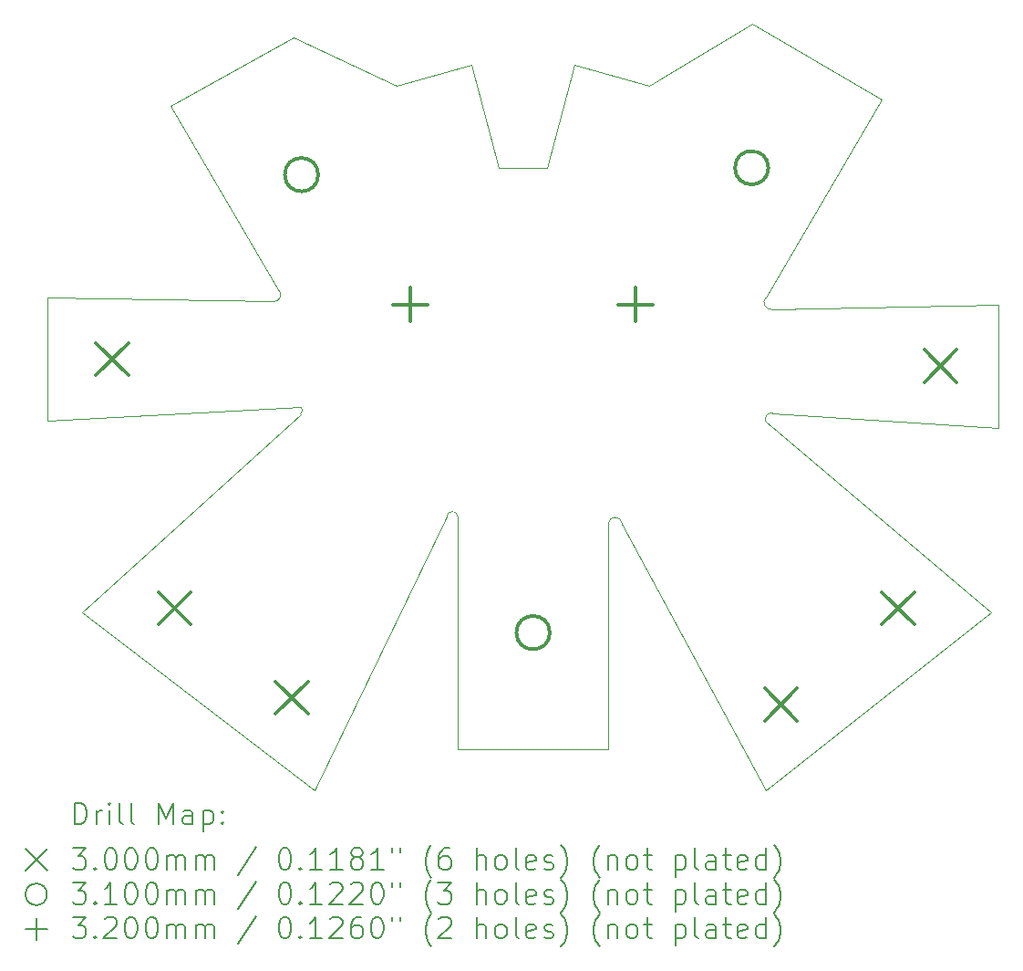
<source format=gbr>
%TF.GenerationSoftware,KiCad,Pcbnew,(6.0.8-1)-1*%
%TF.CreationDate,2023-03-06T14:56:21-08:00*%
%TF.ProjectId,urban battery - power_distribution,75726261-6e20-4626-9174-74657279202d,rev?*%
%TF.SameCoordinates,Original*%
%TF.FileFunction,Drillmap*%
%TF.FilePolarity,Positive*%
%FSLAX45Y45*%
G04 Gerber Fmt 4.5, Leading zero omitted, Abs format (unit mm)*
G04 Created by KiCad (PCBNEW (6.0.8-1)-1) date 2023-03-06 14:56:21*
%MOMM*%
%LPD*%
G01*
G04 APERTURE LIST*
%ADD10C,0.100000*%
%ADD11C,0.200000*%
%ADD12C,0.300000*%
%ADD13C,0.310000*%
%ADD14C,0.320000*%
G04 APERTURE END LIST*
D10*
X13716000Y-9144000D02*
X12763500Y-9715500D01*
X8318500Y-9906000D02*
X9327561Y-11620500D01*
X10985500Y-13716000D02*
X10985500Y-15875000D01*
X9271000Y-11721149D02*
G75*
G03*
X9327561Y-11620500I6580J62519D01*
G01*
X14922500Y-9842500D02*
X13716000Y-9144000D01*
X15938500Y-14605000D02*
X13843000Y-12833292D01*
X16002000Y-11747500D02*
X13906500Y-11795010D01*
X7175500Y-12827000D02*
X9525000Y-12700000D01*
X12065000Y-9525000D02*
X11811000Y-10477500D01*
X13843000Y-16256000D02*
X15938500Y-14605000D01*
X11112500Y-9525000D02*
X10414000Y-9715500D01*
X12509500Y-13779500D02*
X13843000Y-16256000D01*
X7493000Y-14605000D02*
X9652000Y-16256000D01*
X12509500Y-13779500D02*
G75*
G03*
X12382500Y-13779500I-63500J-6115D01*
G01*
X13843000Y-11684000D02*
X14922500Y-9842500D01*
X9271000Y-11721146D02*
X7175500Y-11684000D01*
X13842993Y-11683995D02*
G75*
G03*
X13906500Y-11795010I55007J-42205D01*
G01*
X16002000Y-12890500D02*
X16002000Y-11747500D01*
X7175500Y-11684000D02*
X7175500Y-12827000D01*
X12382500Y-15875000D02*
X12382500Y-13779500D01*
X10414000Y-9715500D02*
X9461500Y-9271000D01*
X11811000Y-10477500D02*
X11366500Y-10477500D01*
X13906500Y-12754838D02*
X16002000Y-12890500D01*
X9525000Y-12763500D02*
G75*
G03*
X9525000Y-12700000I-15880J31750D01*
G01*
X9525000Y-12763500D02*
X7493000Y-14605000D01*
X9461500Y-9271000D02*
X8318500Y-9906000D01*
X10985500Y-13716000D02*
G75*
G03*
X10882871Y-13716000I-51315J-4691D01*
G01*
X13906501Y-12754830D02*
G75*
G03*
X13843000Y-12833292I-6731J-59480D01*
G01*
X9652000Y-16256000D02*
X10882871Y-13716000D01*
X10985500Y-15875000D02*
X12382500Y-15875000D01*
X11366500Y-10477500D02*
X11112500Y-9525000D01*
X12763500Y-9715500D02*
X12065000Y-9525000D01*
D11*
D12*
X7625500Y-12105500D02*
X7925500Y-12405500D01*
X7925500Y-12105500D02*
X7625500Y-12405500D01*
X8207251Y-14416249D02*
X8507251Y-14716249D01*
X8507251Y-14416249D02*
X8207251Y-14716249D01*
X9294000Y-15247311D02*
X9594000Y-15547311D01*
X9594000Y-15247311D02*
X9294000Y-15547311D01*
X13837500Y-15310811D02*
X14137500Y-15610811D01*
X14137500Y-15310811D02*
X13837500Y-15610811D01*
X14924249Y-14416249D02*
X15224249Y-14716249D01*
X15224249Y-14416249D02*
X14924249Y-14716249D01*
X15315500Y-12169000D02*
X15615500Y-12469000D01*
X15615500Y-12169000D02*
X15315500Y-12469000D01*
D13*
X9688817Y-10543848D02*
G75*
G03*
X9688817Y-10543848I-155000J0D01*
G01*
X11839500Y-14792500D02*
G75*
G03*
X11839500Y-14792500I-155000J0D01*
G01*
X13869067Y-10479848D02*
G75*
G03*
X13869067Y-10479848I-155000J0D01*
G01*
D14*
X10541000Y-11587500D02*
X10541000Y-11907500D01*
X10381000Y-11747500D02*
X10701000Y-11747500D01*
X12636500Y-11587500D02*
X12636500Y-11907500D01*
X12476500Y-11747500D02*
X12796500Y-11747500D01*
D11*
X7428119Y-16571476D02*
X7428119Y-16371476D01*
X7475738Y-16371476D01*
X7504309Y-16381000D01*
X7523357Y-16400048D01*
X7532881Y-16419095D01*
X7542405Y-16457190D01*
X7542405Y-16485762D01*
X7532881Y-16523857D01*
X7523357Y-16542905D01*
X7504309Y-16561952D01*
X7475738Y-16571476D01*
X7428119Y-16571476D01*
X7628119Y-16571476D02*
X7628119Y-16438143D01*
X7628119Y-16476238D02*
X7637643Y-16457190D01*
X7647167Y-16447667D01*
X7666214Y-16438143D01*
X7685262Y-16438143D01*
X7751928Y-16571476D02*
X7751928Y-16438143D01*
X7751928Y-16371476D02*
X7742405Y-16381000D01*
X7751928Y-16390524D01*
X7761452Y-16381000D01*
X7751928Y-16371476D01*
X7751928Y-16390524D01*
X7875738Y-16571476D02*
X7856690Y-16561952D01*
X7847167Y-16542905D01*
X7847167Y-16371476D01*
X7980500Y-16571476D02*
X7961452Y-16561952D01*
X7951928Y-16542905D01*
X7951928Y-16371476D01*
X8209071Y-16571476D02*
X8209071Y-16371476D01*
X8275738Y-16514333D01*
X8342405Y-16371476D01*
X8342405Y-16571476D01*
X8523357Y-16571476D02*
X8523357Y-16466714D01*
X8513833Y-16447667D01*
X8494786Y-16438143D01*
X8456690Y-16438143D01*
X8437643Y-16447667D01*
X8523357Y-16561952D02*
X8504310Y-16571476D01*
X8456690Y-16571476D01*
X8437643Y-16561952D01*
X8428119Y-16542905D01*
X8428119Y-16523857D01*
X8437643Y-16504809D01*
X8456690Y-16495286D01*
X8504310Y-16495286D01*
X8523357Y-16485762D01*
X8618595Y-16438143D02*
X8618595Y-16638143D01*
X8618595Y-16447667D02*
X8637643Y-16438143D01*
X8675738Y-16438143D01*
X8694786Y-16447667D01*
X8704310Y-16457190D01*
X8713833Y-16476238D01*
X8713833Y-16533381D01*
X8704310Y-16552428D01*
X8694786Y-16561952D01*
X8675738Y-16571476D01*
X8637643Y-16571476D01*
X8618595Y-16561952D01*
X8799548Y-16552428D02*
X8809071Y-16561952D01*
X8799548Y-16571476D01*
X8790024Y-16561952D01*
X8799548Y-16552428D01*
X8799548Y-16571476D01*
X8799548Y-16447667D02*
X8809071Y-16457190D01*
X8799548Y-16466714D01*
X8790024Y-16457190D01*
X8799548Y-16447667D01*
X8799548Y-16466714D01*
X6970500Y-16801000D02*
X7170500Y-17001000D01*
X7170500Y-16801000D02*
X6970500Y-17001000D01*
X7409071Y-16791476D02*
X7532881Y-16791476D01*
X7466214Y-16867667D01*
X7494786Y-16867667D01*
X7513833Y-16877190D01*
X7523357Y-16886714D01*
X7532881Y-16905762D01*
X7532881Y-16953381D01*
X7523357Y-16972429D01*
X7513833Y-16981952D01*
X7494786Y-16991476D01*
X7437643Y-16991476D01*
X7418595Y-16981952D01*
X7409071Y-16972429D01*
X7618595Y-16972429D02*
X7628119Y-16981952D01*
X7618595Y-16991476D01*
X7609071Y-16981952D01*
X7618595Y-16972429D01*
X7618595Y-16991476D01*
X7751928Y-16791476D02*
X7770976Y-16791476D01*
X7790024Y-16801000D01*
X7799548Y-16810524D01*
X7809071Y-16829571D01*
X7818595Y-16867667D01*
X7818595Y-16915286D01*
X7809071Y-16953381D01*
X7799548Y-16972429D01*
X7790024Y-16981952D01*
X7770976Y-16991476D01*
X7751928Y-16991476D01*
X7732881Y-16981952D01*
X7723357Y-16972429D01*
X7713833Y-16953381D01*
X7704309Y-16915286D01*
X7704309Y-16867667D01*
X7713833Y-16829571D01*
X7723357Y-16810524D01*
X7732881Y-16801000D01*
X7751928Y-16791476D01*
X7942405Y-16791476D02*
X7961452Y-16791476D01*
X7980500Y-16801000D01*
X7990024Y-16810524D01*
X7999548Y-16829571D01*
X8009071Y-16867667D01*
X8009071Y-16915286D01*
X7999548Y-16953381D01*
X7990024Y-16972429D01*
X7980500Y-16981952D01*
X7961452Y-16991476D01*
X7942405Y-16991476D01*
X7923357Y-16981952D01*
X7913833Y-16972429D01*
X7904309Y-16953381D01*
X7894786Y-16915286D01*
X7894786Y-16867667D01*
X7904309Y-16829571D01*
X7913833Y-16810524D01*
X7923357Y-16801000D01*
X7942405Y-16791476D01*
X8132881Y-16791476D02*
X8151928Y-16791476D01*
X8170976Y-16801000D01*
X8180500Y-16810524D01*
X8190024Y-16829571D01*
X8199548Y-16867667D01*
X8199548Y-16915286D01*
X8190024Y-16953381D01*
X8180500Y-16972429D01*
X8170976Y-16981952D01*
X8151928Y-16991476D01*
X8132881Y-16991476D01*
X8113833Y-16981952D01*
X8104309Y-16972429D01*
X8094786Y-16953381D01*
X8085262Y-16915286D01*
X8085262Y-16867667D01*
X8094786Y-16829571D01*
X8104309Y-16810524D01*
X8113833Y-16801000D01*
X8132881Y-16791476D01*
X8285262Y-16991476D02*
X8285262Y-16858143D01*
X8285262Y-16877190D02*
X8294786Y-16867667D01*
X8313833Y-16858143D01*
X8342405Y-16858143D01*
X8361452Y-16867667D01*
X8370976Y-16886714D01*
X8370976Y-16991476D01*
X8370976Y-16886714D02*
X8380500Y-16867667D01*
X8399548Y-16858143D01*
X8428119Y-16858143D01*
X8447167Y-16867667D01*
X8456690Y-16886714D01*
X8456690Y-16991476D01*
X8551929Y-16991476D02*
X8551929Y-16858143D01*
X8551929Y-16877190D02*
X8561452Y-16867667D01*
X8580500Y-16858143D01*
X8609071Y-16858143D01*
X8628119Y-16867667D01*
X8637643Y-16886714D01*
X8637643Y-16991476D01*
X8637643Y-16886714D02*
X8647167Y-16867667D01*
X8666214Y-16858143D01*
X8694786Y-16858143D01*
X8713833Y-16867667D01*
X8723357Y-16886714D01*
X8723357Y-16991476D01*
X9113833Y-16781952D02*
X8942405Y-17039095D01*
X9370976Y-16791476D02*
X9390024Y-16791476D01*
X9409071Y-16801000D01*
X9418595Y-16810524D01*
X9428119Y-16829571D01*
X9437643Y-16867667D01*
X9437643Y-16915286D01*
X9428119Y-16953381D01*
X9418595Y-16972429D01*
X9409071Y-16981952D01*
X9390024Y-16991476D01*
X9370976Y-16991476D01*
X9351929Y-16981952D01*
X9342405Y-16972429D01*
X9332881Y-16953381D01*
X9323357Y-16915286D01*
X9323357Y-16867667D01*
X9332881Y-16829571D01*
X9342405Y-16810524D01*
X9351929Y-16801000D01*
X9370976Y-16791476D01*
X9523357Y-16972429D02*
X9532881Y-16981952D01*
X9523357Y-16991476D01*
X9513833Y-16981952D01*
X9523357Y-16972429D01*
X9523357Y-16991476D01*
X9723357Y-16991476D02*
X9609071Y-16991476D01*
X9666214Y-16991476D02*
X9666214Y-16791476D01*
X9647167Y-16820048D01*
X9628119Y-16839095D01*
X9609071Y-16848619D01*
X9913833Y-16991476D02*
X9799548Y-16991476D01*
X9856690Y-16991476D02*
X9856690Y-16791476D01*
X9837643Y-16820048D01*
X9818595Y-16839095D01*
X9799548Y-16848619D01*
X10028119Y-16877190D02*
X10009071Y-16867667D01*
X9999548Y-16858143D01*
X9990024Y-16839095D01*
X9990024Y-16829571D01*
X9999548Y-16810524D01*
X10009071Y-16801000D01*
X10028119Y-16791476D01*
X10066214Y-16791476D01*
X10085262Y-16801000D01*
X10094786Y-16810524D01*
X10104310Y-16829571D01*
X10104310Y-16839095D01*
X10094786Y-16858143D01*
X10085262Y-16867667D01*
X10066214Y-16877190D01*
X10028119Y-16877190D01*
X10009071Y-16886714D01*
X9999548Y-16896238D01*
X9990024Y-16915286D01*
X9990024Y-16953381D01*
X9999548Y-16972429D01*
X10009071Y-16981952D01*
X10028119Y-16991476D01*
X10066214Y-16991476D01*
X10085262Y-16981952D01*
X10094786Y-16972429D01*
X10104310Y-16953381D01*
X10104310Y-16915286D01*
X10094786Y-16896238D01*
X10085262Y-16886714D01*
X10066214Y-16877190D01*
X10294786Y-16991476D02*
X10180500Y-16991476D01*
X10237643Y-16991476D02*
X10237643Y-16791476D01*
X10218595Y-16820048D01*
X10199548Y-16839095D01*
X10180500Y-16848619D01*
X10370976Y-16791476D02*
X10370976Y-16829571D01*
X10447167Y-16791476D02*
X10447167Y-16829571D01*
X10742405Y-17067667D02*
X10732881Y-17058143D01*
X10713833Y-17029571D01*
X10704310Y-17010524D01*
X10694786Y-16981952D01*
X10685262Y-16934333D01*
X10685262Y-16896238D01*
X10694786Y-16848619D01*
X10704310Y-16820048D01*
X10713833Y-16801000D01*
X10732881Y-16772428D01*
X10742405Y-16762905D01*
X10904310Y-16791476D02*
X10866214Y-16791476D01*
X10847167Y-16801000D01*
X10837643Y-16810524D01*
X10818595Y-16839095D01*
X10809071Y-16877190D01*
X10809071Y-16953381D01*
X10818595Y-16972429D01*
X10828119Y-16981952D01*
X10847167Y-16991476D01*
X10885262Y-16991476D01*
X10904310Y-16981952D01*
X10913833Y-16972429D01*
X10923357Y-16953381D01*
X10923357Y-16905762D01*
X10913833Y-16886714D01*
X10904310Y-16877190D01*
X10885262Y-16867667D01*
X10847167Y-16867667D01*
X10828119Y-16877190D01*
X10818595Y-16886714D01*
X10809071Y-16905762D01*
X11161452Y-16991476D02*
X11161452Y-16791476D01*
X11247167Y-16991476D02*
X11247167Y-16886714D01*
X11237643Y-16867667D01*
X11218595Y-16858143D01*
X11190024Y-16858143D01*
X11170976Y-16867667D01*
X11161452Y-16877190D01*
X11370976Y-16991476D02*
X11351928Y-16981952D01*
X11342405Y-16972429D01*
X11332881Y-16953381D01*
X11332881Y-16896238D01*
X11342405Y-16877190D01*
X11351928Y-16867667D01*
X11370976Y-16858143D01*
X11399548Y-16858143D01*
X11418595Y-16867667D01*
X11428119Y-16877190D01*
X11437643Y-16896238D01*
X11437643Y-16953381D01*
X11428119Y-16972429D01*
X11418595Y-16981952D01*
X11399548Y-16991476D01*
X11370976Y-16991476D01*
X11551928Y-16991476D02*
X11532881Y-16981952D01*
X11523357Y-16962905D01*
X11523357Y-16791476D01*
X11704309Y-16981952D02*
X11685262Y-16991476D01*
X11647167Y-16991476D01*
X11628119Y-16981952D01*
X11618595Y-16962905D01*
X11618595Y-16886714D01*
X11628119Y-16867667D01*
X11647167Y-16858143D01*
X11685262Y-16858143D01*
X11704309Y-16867667D01*
X11713833Y-16886714D01*
X11713833Y-16905762D01*
X11618595Y-16924810D01*
X11790024Y-16981952D02*
X11809071Y-16991476D01*
X11847167Y-16991476D01*
X11866214Y-16981952D01*
X11875738Y-16962905D01*
X11875738Y-16953381D01*
X11866214Y-16934333D01*
X11847167Y-16924810D01*
X11818595Y-16924810D01*
X11799548Y-16915286D01*
X11790024Y-16896238D01*
X11790024Y-16886714D01*
X11799548Y-16867667D01*
X11818595Y-16858143D01*
X11847167Y-16858143D01*
X11866214Y-16867667D01*
X11942405Y-17067667D02*
X11951928Y-17058143D01*
X11970976Y-17029571D01*
X11980500Y-17010524D01*
X11990024Y-16981952D01*
X11999548Y-16934333D01*
X11999548Y-16896238D01*
X11990024Y-16848619D01*
X11980500Y-16820048D01*
X11970976Y-16801000D01*
X11951928Y-16772428D01*
X11942405Y-16762905D01*
X12304309Y-17067667D02*
X12294786Y-17058143D01*
X12275738Y-17029571D01*
X12266214Y-17010524D01*
X12256690Y-16981952D01*
X12247167Y-16934333D01*
X12247167Y-16896238D01*
X12256690Y-16848619D01*
X12266214Y-16820048D01*
X12275738Y-16801000D01*
X12294786Y-16772428D01*
X12304309Y-16762905D01*
X12380500Y-16858143D02*
X12380500Y-16991476D01*
X12380500Y-16877190D02*
X12390024Y-16867667D01*
X12409071Y-16858143D01*
X12437643Y-16858143D01*
X12456690Y-16867667D01*
X12466214Y-16886714D01*
X12466214Y-16991476D01*
X12590024Y-16991476D02*
X12570976Y-16981952D01*
X12561452Y-16972429D01*
X12551928Y-16953381D01*
X12551928Y-16896238D01*
X12561452Y-16877190D01*
X12570976Y-16867667D01*
X12590024Y-16858143D01*
X12618595Y-16858143D01*
X12637643Y-16867667D01*
X12647167Y-16877190D01*
X12656690Y-16896238D01*
X12656690Y-16953381D01*
X12647167Y-16972429D01*
X12637643Y-16981952D01*
X12618595Y-16991476D01*
X12590024Y-16991476D01*
X12713833Y-16858143D02*
X12790024Y-16858143D01*
X12742405Y-16791476D02*
X12742405Y-16962905D01*
X12751928Y-16981952D01*
X12770976Y-16991476D01*
X12790024Y-16991476D01*
X13009071Y-16858143D02*
X13009071Y-17058143D01*
X13009071Y-16867667D02*
X13028119Y-16858143D01*
X13066214Y-16858143D01*
X13085262Y-16867667D01*
X13094786Y-16877190D01*
X13104309Y-16896238D01*
X13104309Y-16953381D01*
X13094786Y-16972429D01*
X13085262Y-16981952D01*
X13066214Y-16991476D01*
X13028119Y-16991476D01*
X13009071Y-16981952D01*
X13218595Y-16991476D02*
X13199548Y-16981952D01*
X13190024Y-16962905D01*
X13190024Y-16791476D01*
X13380500Y-16991476D02*
X13380500Y-16886714D01*
X13370976Y-16867667D01*
X13351928Y-16858143D01*
X13313833Y-16858143D01*
X13294786Y-16867667D01*
X13380500Y-16981952D02*
X13361452Y-16991476D01*
X13313833Y-16991476D01*
X13294786Y-16981952D01*
X13285262Y-16962905D01*
X13285262Y-16943857D01*
X13294786Y-16924810D01*
X13313833Y-16915286D01*
X13361452Y-16915286D01*
X13380500Y-16905762D01*
X13447167Y-16858143D02*
X13523357Y-16858143D01*
X13475738Y-16791476D02*
X13475738Y-16962905D01*
X13485262Y-16981952D01*
X13504309Y-16991476D01*
X13523357Y-16991476D01*
X13666214Y-16981952D02*
X13647167Y-16991476D01*
X13609071Y-16991476D01*
X13590024Y-16981952D01*
X13580500Y-16962905D01*
X13580500Y-16886714D01*
X13590024Y-16867667D01*
X13609071Y-16858143D01*
X13647167Y-16858143D01*
X13666214Y-16867667D01*
X13675738Y-16886714D01*
X13675738Y-16905762D01*
X13580500Y-16924810D01*
X13847167Y-16991476D02*
X13847167Y-16791476D01*
X13847167Y-16981952D02*
X13828119Y-16991476D01*
X13790024Y-16991476D01*
X13770976Y-16981952D01*
X13761452Y-16972429D01*
X13751928Y-16953381D01*
X13751928Y-16896238D01*
X13761452Y-16877190D01*
X13770976Y-16867667D01*
X13790024Y-16858143D01*
X13828119Y-16858143D01*
X13847167Y-16867667D01*
X13923357Y-17067667D02*
X13932881Y-17058143D01*
X13951928Y-17029571D01*
X13961452Y-17010524D01*
X13970976Y-16981952D01*
X13980500Y-16934333D01*
X13980500Y-16896238D01*
X13970976Y-16848619D01*
X13961452Y-16820048D01*
X13951928Y-16801000D01*
X13932881Y-16772428D01*
X13923357Y-16762905D01*
X7170500Y-17221000D02*
G75*
G03*
X7170500Y-17221000I-100000J0D01*
G01*
X7409071Y-17111476D02*
X7532881Y-17111476D01*
X7466214Y-17187667D01*
X7494786Y-17187667D01*
X7513833Y-17197190D01*
X7523357Y-17206714D01*
X7532881Y-17225762D01*
X7532881Y-17273381D01*
X7523357Y-17292429D01*
X7513833Y-17301952D01*
X7494786Y-17311476D01*
X7437643Y-17311476D01*
X7418595Y-17301952D01*
X7409071Y-17292429D01*
X7618595Y-17292429D02*
X7628119Y-17301952D01*
X7618595Y-17311476D01*
X7609071Y-17301952D01*
X7618595Y-17292429D01*
X7618595Y-17311476D01*
X7818595Y-17311476D02*
X7704309Y-17311476D01*
X7761452Y-17311476D02*
X7761452Y-17111476D01*
X7742405Y-17140048D01*
X7723357Y-17159095D01*
X7704309Y-17168619D01*
X7942405Y-17111476D02*
X7961452Y-17111476D01*
X7980500Y-17121000D01*
X7990024Y-17130524D01*
X7999548Y-17149571D01*
X8009071Y-17187667D01*
X8009071Y-17235286D01*
X7999548Y-17273381D01*
X7990024Y-17292429D01*
X7980500Y-17301952D01*
X7961452Y-17311476D01*
X7942405Y-17311476D01*
X7923357Y-17301952D01*
X7913833Y-17292429D01*
X7904309Y-17273381D01*
X7894786Y-17235286D01*
X7894786Y-17187667D01*
X7904309Y-17149571D01*
X7913833Y-17130524D01*
X7923357Y-17121000D01*
X7942405Y-17111476D01*
X8132881Y-17111476D02*
X8151928Y-17111476D01*
X8170976Y-17121000D01*
X8180500Y-17130524D01*
X8190024Y-17149571D01*
X8199548Y-17187667D01*
X8199548Y-17235286D01*
X8190024Y-17273381D01*
X8180500Y-17292429D01*
X8170976Y-17301952D01*
X8151928Y-17311476D01*
X8132881Y-17311476D01*
X8113833Y-17301952D01*
X8104309Y-17292429D01*
X8094786Y-17273381D01*
X8085262Y-17235286D01*
X8085262Y-17187667D01*
X8094786Y-17149571D01*
X8104309Y-17130524D01*
X8113833Y-17121000D01*
X8132881Y-17111476D01*
X8285262Y-17311476D02*
X8285262Y-17178143D01*
X8285262Y-17197190D02*
X8294786Y-17187667D01*
X8313833Y-17178143D01*
X8342405Y-17178143D01*
X8361452Y-17187667D01*
X8370976Y-17206714D01*
X8370976Y-17311476D01*
X8370976Y-17206714D02*
X8380500Y-17187667D01*
X8399548Y-17178143D01*
X8428119Y-17178143D01*
X8447167Y-17187667D01*
X8456690Y-17206714D01*
X8456690Y-17311476D01*
X8551929Y-17311476D02*
X8551929Y-17178143D01*
X8551929Y-17197190D02*
X8561452Y-17187667D01*
X8580500Y-17178143D01*
X8609071Y-17178143D01*
X8628119Y-17187667D01*
X8637643Y-17206714D01*
X8637643Y-17311476D01*
X8637643Y-17206714D02*
X8647167Y-17187667D01*
X8666214Y-17178143D01*
X8694786Y-17178143D01*
X8713833Y-17187667D01*
X8723357Y-17206714D01*
X8723357Y-17311476D01*
X9113833Y-17101952D02*
X8942405Y-17359095D01*
X9370976Y-17111476D02*
X9390024Y-17111476D01*
X9409071Y-17121000D01*
X9418595Y-17130524D01*
X9428119Y-17149571D01*
X9437643Y-17187667D01*
X9437643Y-17235286D01*
X9428119Y-17273381D01*
X9418595Y-17292429D01*
X9409071Y-17301952D01*
X9390024Y-17311476D01*
X9370976Y-17311476D01*
X9351929Y-17301952D01*
X9342405Y-17292429D01*
X9332881Y-17273381D01*
X9323357Y-17235286D01*
X9323357Y-17187667D01*
X9332881Y-17149571D01*
X9342405Y-17130524D01*
X9351929Y-17121000D01*
X9370976Y-17111476D01*
X9523357Y-17292429D02*
X9532881Y-17301952D01*
X9523357Y-17311476D01*
X9513833Y-17301952D01*
X9523357Y-17292429D01*
X9523357Y-17311476D01*
X9723357Y-17311476D02*
X9609071Y-17311476D01*
X9666214Y-17311476D02*
X9666214Y-17111476D01*
X9647167Y-17140048D01*
X9628119Y-17159095D01*
X9609071Y-17168619D01*
X9799548Y-17130524D02*
X9809071Y-17121000D01*
X9828119Y-17111476D01*
X9875738Y-17111476D01*
X9894786Y-17121000D01*
X9904310Y-17130524D01*
X9913833Y-17149571D01*
X9913833Y-17168619D01*
X9904310Y-17197190D01*
X9790024Y-17311476D01*
X9913833Y-17311476D01*
X9990024Y-17130524D02*
X9999548Y-17121000D01*
X10018595Y-17111476D01*
X10066214Y-17111476D01*
X10085262Y-17121000D01*
X10094786Y-17130524D01*
X10104310Y-17149571D01*
X10104310Y-17168619D01*
X10094786Y-17197190D01*
X9980500Y-17311476D01*
X10104310Y-17311476D01*
X10228119Y-17111476D02*
X10247167Y-17111476D01*
X10266214Y-17121000D01*
X10275738Y-17130524D01*
X10285262Y-17149571D01*
X10294786Y-17187667D01*
X10294786Y-17235286D01*
X10285262Y-17273381D01*
X10275738Y-17292429D01*
X10266214Y-17301952D01*
X10247167Y-17311476D01*
X10228119Y-17311476D01*
X10209071Y-17301952D01*
X10199548Y-17292429D01*
X10190024Y-17273381D01*
X10180500Y-17235286D01*
X10180500Y-17187667D01*
X10190024Y-17149571D01*
X10199548Y-17130524D01*
X10209071Y-17121000D01*
X10228119Y-17111476D01*
X10370976Y-17111476D02*
X10370976Y-17149571D01*
X10447167Y-17111476D02*
X10447167Y-17149571D01*
X10742405Y-17387667D02*
X10732881Y-17378143D01*
X10713833Y-17349571D01*
X10704310Y-17330524D01*
X10694786Y-17301952D01*
X10685262Y-17254333D01*
X10685262Y-17216238D01*
X10694786Y-17168619D01*
X10704310Y-17140048D01*
X10713833Y-17121000D01*
X10732881Y-17092429D01*
X10742405Y-17082905D01*
X10799548Y-17111476D02*
X10923357Y-17111476D01*
X10856690Y-17187667D01*
X10885262Y-17187667D01*
X10904310Y-17197190D01*
X10913833Y-17206714D01*
X10923357Y-17225762D01*
X10923357Y-17273381D01*
X10913833Y-17292429D01*
X10904310Y-17301952D01*
X10885262Y-17311476D01*
X10828119Y-17311476D01*
X10809071Y-17301952D01*
X10799548Y-17292429D01*
X11161452Y-17311476D02*
X11161452Y-17111476D01*
X11247167Y-17311476D02*
X11247167Y-17206714D01*
X11237643Y-17187667D01*
X11218595Y-17178143D01*
X11190024Y-17178143D01*
X11170976Y-17187667D01*
X11161452Y-17197190D01*
X11370976Y-17311476D02*
X11351928Y-17301952D01*
X11342405Y-17292429D01*
X11332881Y-17273381D01*
X11332881Y-17216238D01*
X11342405Y-17197190D01*
X11351928Y-17187667D01*
X11370976Y-17178143D01*
X11399548Y-17178143D01*
X11418595Y-17187667D01*
X11428119Y-17197190D01*
X11437643Y-17216238D01*
X11437643Y-17273381D01*
X11428119Y-17292429D01*
X11418595Y-17301952D01*
X11399548Y-17311476D01*
X11370976Y-17311476D01*
X11551928Y-17311476D02*
X11532881Y-17301952D01*
X11523357Y-17282905D01*
X11523357Y-17111476D01*
X11704309Y-17301952D02*
X11685262Y-17311476D01*
X11647167Y-17311476D01*
X11628119Y-17301952D01*
X11618595Y-17282905D01*
X11618595Y-17206714D01*
X11628119Y-17187667D01*
X11647167Y-17178143D01*
X11685262Y-17178143D01*
X11704309Y-17187667D01*
X11713833Y-17206714D01*
X11713833Y-17225762D01*
X11618595Y-17244810D01*
X11790024Y-17301952D02*
X11809071Y-17311476D01*
X11847167Y-17311476D01*
X11866214Y-17301952D01*
X11875738Y-17282905D01*
X11875738Y-17273381D01*
X11866214Y-17254333D01*
X11847167Y-17244810D01*
X11818595Y-17244810D01*
X11799548Y-17235286D01*
X11790024Y-17216238D01*
X11790024Y-17206714D01*
X11799548Y-17187667D01*
X11818595Y-17178143D01*
X11847167Y-17178143D01*
X11866214Y-17187667D01*
X11942405Y-17387667D02*
X11951928Y-17378143D01*
X11970976Y-17349571D01*
X11980500Y-17330524D01*
X11990024Y-17301952D01*
X11999548Y-17254333D01*
X11999548Y-17216238D01*
X11990024Y-17168619D01*
X11980500Y-17140048D01*
X11970976Y-17121000D01*
X11951928Y-17092429D01*
X11942405Y-17082905D01*
X12304309Y-17387667D02*
X12294786Y-17378143D01*
X12275738Y-17349571D01*
X12266214Y-17330524D01*
X12256690Y-17301952D01*
X12247167Y-17254333D01*
X12247167Y-17216238D01*
X12256690Y-17168619D01*
X12266214Y-17140048D01*
X12275738Y-17121000D01*
X12294786Y-17092429D01*
X12304309Y-17082905D01*
X12380500Y-17178143D02*
X12380500Y-17311476D01*
X12380500Y-17197190D02*
X12390024Y-17187667D01*
X12409071Y-17178143D01*
X12437643Y-17178143D01*
X12456690Y-17187667D01*
X12466214Y-17206714D01*
X12466214Y-17311476D01*
X12590024Y-17311476D02*
X12570976Y-17301952D01*
X12561452Y-17292429D01*
X12551928Y-17273381D01*
X12551928Y-17216238D01*
X12561452Y-17197190D01*
X12570976Y-17187667D01*
X12590024Y-17178143D01*
X12618595Y-17178143D01*
X12637643Y-17187667D01*
X12647167Y-17197190D01*
X12656690Y-17216238D01*
X12656690Y-17273381D01*
X12647167Y-17292429D01*
X12637643Y-17301952D01*
X12618595Y-17311476D01*
X12590024Y-17311476D01*
X12713833Y-17178143D02*
X12790024Y-17178143D01*
X12742405Y-17111476D02*
X12742405Y-17282905D01*
X12751928Y-17301952D01*
X12770976Y-17311476D01*
X12790024Y-17311476D01*
X13009071Y-17178143D02*
X13009071Y-17378143D01*
X13009071Y-17187667D02*
X13028119Y-17178143D01*
X13066214Y-17178143D01*
X13085262Y-17187667D01*
X13094786Y-17197190D01*
X13104309Y-17216238D01*
X13104309Y-17273381D01*
X13094786Y-17292429D01*
X13085262Y-17301952D01*
X13066214Y-17311476D01*
X13028119Y-17311476D01*
X13009071Y-17301952D01*
X13218595Y-17311476D02*
X13199548Y-17301952D01*
X13190024Y-17282905D01*
X13190024Y-17111476D01*
X13380500Y-17311476D02*
X13380500Y-17206714D01*
X13370976Y-17187667D01*
X13351928Y-17178143D01*
X13313833Y-17178143D01*
X13294786Y-17187667D01*
X13380500Y-17301952D02*
X13361452Y-17311476D01*
X13313833Y-17311476D01*
X13294786Y-17301952D01*
X13285262Y-17282905D01*
X13285262Y-17263857D01*
X13294786Y-17244810D01*
X13313833Y-17235286D01*
X13361452Y-17235286D01*
X13380500Y-17225762D01*
X13447167Y-17178143D02*
X13523357Y-17178143D01*
X13475738Y-17111476D02*
X13475738Y-17282905D01*
X13485262Y-17301952D01*
X13504309Y-17311476D01*
X13523357Y-17311476D01*
X13666214Y-17301952D02*
X13647167Y-17311476D01*
X13609071Y-17311476D01*
X13590024Y-17301952D01*
X13580500Y-17282905D01*
X13580500Y-17206714D01*
X13590024Y-17187667D01*
X13609071Y-17178143D01*
X13647167Y-17178143D01*
X13666214Y-17187667D01*
X13675738Y-17206714D01*
X13675738Y-17225762D01*
X13580500Y-17244810D01*
X13847167Y-17311476D02*
X13847167Y-17111476D01*
X13847167Y-17301952D02*
X13828119Y-17311476D01*
X13790024Y-17311476D01*
X13770976Y-17301952D01*
X13761452Y-17292429D01*
X13751928Y-17273381D01*
X13751928Y-17216238D01*
X13761452Y-17197190D01*
X13770976Y-17187667D01*
X13790024Y-17178143D01*
X13828119Y-17178143D01*
X13847167Y-17187667D01*
X13923357Y-17387667D02*
X13932881Y-17378143D01*
X13951928Y-17349571D01*
X13961452Y-17330524D01*
X13970976Y-17301952D01*
X13980500Y-17254333D01*
X13980500Y-17216238D01*
X13970976Y-17168619D01*
X13961452Y-17140048D01*
X13951928Y-17121000D01*
X13932881Y-17092429D01*
X13923357Y-17082905D01*
X7070500Y-17441000D02*
X7070500Y-17641000D01*
X6970500Y-17541000D02*
X7170500Y-17541000D01*
X7409071Y-17431476D02*
X7532881Y-17431476D01*
X7466214Y-17507667D01*
X7494786Y-17507667D01*
X7513833Y-17517190D01*
X7523357Y-17526714D01*
X7532881Y-17545762D01*
X7532881Y-17593381D01*
X7523357Y-17612429D01*
X7513833Y-17621952D01*
X7494786Y-17631476D01*
X7437643Y-17631476D01*
X7418595Y-17621952D01*
X7409071Y-17612429D01*
X7618595Y-17612429D02*
X7628119Y-17621952D01*
X7618595Y-17631476D01*
X7609071Y-17621952D01*
X7618595Y-17612429D01*
X7618595Y-17631476D01*
X7704309Y-17450524D02*
X7713833Y-17441000D01*
X7732881Y-17431476D01*
X7780500Y-17431476D01*
X7799548Y-17441000D01*
X7809071Y-17450524D01*
X7818595Y-17469571D01*
X7818595Y-17488619D01*
X7809071Y-17517190D01*
X7694786Y-17631476D01*
X7818595Y-17631476D01*
X7942405Y-17431476D02*
X7961452Y-17431476D01*
X7980500Y-17441000D01*
X7990024Y-17450524D01*
X7999548Y-17469571D01*
X8009071Y-17507667D01*
X8009071Y-17555286D01*
X7999548Y-17593381D01*
X7990024Y-17612429D01*
X7980500Y-17621952D01*
X7961452Y-17631476D01*
X7942405Y-17631476D01*
X7923357Y-17621952D01*
X7913833Y-17612429D01*
X7904309Y-17593381D01*
X7894786Y-17555286D01*
X7894786Y-17507667D01*
X7904309Y-17469571D01*
X7913833Y-17450524D01*
X7923357Y-17441000D01*
X7942405Y-17431476D01*
X8132881Y-17431476D02*
X8151928Y-17431476D01*
X8170976Y-17441000D01*
X8180500Y-17450524D01*
X8190024Y-17469571D01*
X8199548Y-17507667D01*
X8199548Y-17555286D01*
X8190024Y-17593381D01*
X8180500Y-17612429D01*
X8170976Y-17621952D01*
X8151928Y-17631476D01*
X8132881Y-17631476D01*
X8113833Y-17621952D01*
X8104309Y-17612429D01*
X8094786Y-17593381D01*
X8085262Y-17555286D01*
X8085262Y-17507667D01*
X8094786Y-17469571D01*
X8104309Y-17450524D01*
X8113833Y-17441000D01*
X8132881Y-17431476D01*
X8285262Y-17631476D02*
X8285262Y-17498143D01*
X8285262Y-17517190D02*
X8294786Y-17507667D01*
X8313833Y-17498143D01*
X8342405Y-17498143D01*
X8361452Y-17507667D01*
X8370976Y-17526714D01*
X8370976Y-17631476D01*
X8370976Y-17526714D02*
X8380500Y-17507667D01*
X8399548Y-17498143D01*
X8428119Y-17498143D01*
X8447167Y-17507667D01*
X8456690Y-17526714D01*
X8456690Y-17631476D01*
X8551929Y-17631476D02*
X8551929Y-17498143D01*
X8551929Y-17517190D02*
X8561452Y-17507667D01*
X8580500Y-17498143D01*
X8609071Y-17498143D01*
X8628119Y-17507667D01*
X8637643Y-17526714D01*
X8637643Y-17631476D01*
X8637643Y-17526714D02*
X8647167Y-17507667D01*
X8666214Y-17498143D01*
X8694786Y-17498143D01*
X8713833Y-17507667D01*
X8723357Y-17526714D01*
X8723357Y-17631476D01*
X9113833Y-17421952D02*
X8942405Y-17679095D01*
X9370976Y-17431476D02*
X9390024Y-17431476D01*
X9409071Y-17441000D01*
X9418595Y-17450524D01*
X9428119Y-17469571D01*
X9437643Y-17507667D01*
X9437643Y-17555286D01*
X9428119Y-17593381D01*
X9418595Y-17612429D01*
X9409071Y-17621952D01*
X9390024Y-17631476D01*
X9370976Y-17631476D01*
X9351929Y-17621952D01*
X9342405Y-17612429D01*
X9332881Y-17593381D01*
X9323357Y-17555286D01*
X9323357Y-17507667D01*
X9332881Y-17469571D01*
X9342405Y-17450524D01*
X9351929Y-17441000D01*
X9370976Y-17431476D01*
X9523357Y-17612429D02*
X9532881Y-17621952D01*
X9523357Y-17631476D01*
X9513833Y-17621952D01*
X9523357Y-17612429D01*
X9523357Y-17631476D01*
X9723357Y-17631476D02*
X9609071Y-17631476D01*
X9666214Y-17631476D02*
X9666214Y-17431476D01*
X9647167Y-17460048D01*
X9628119Y-17479095D01*
X9609071Y-17488619D01*
X9799548Y-17450524D02*
X9809071Y-17441000D01*
X9828119Y-17431476D01*
X9875738Y-17431476D01*
X9894786Y-17441000D01*
X9904310Y-17450524D01*
X9913833Y-17469571D01*
X9913833Y-17488619D01*
X9904310Y-17517190D01*
X9790024Y-17631476D01*
X9913833Y-17631476D01*
X10085262Y-17431476D02*
X10047167Y-17431476D01*
X10028119Y-17441000D01*
X10018595Y-17450524D01*
X9999548Y-17479095D01*
X9990024Y-17517190D01*
X9990024Y-17593381D01*
X9999548Y-17612429D01*
X10009071Y-17621952D01*
X10028119Y-17631476D01*
X10066214Y-17631476D01*
X10085262Y-17621952D01*
X10094786Y-17612429D01*
X10104310Y-17593381D01*
X10104310Y-17545762D01*
X10094786Y-17526714D01*
X10085262Y-17517190D01*
X10066214Y-17507667D01*
X10028119Y-17507667D01*
X10009071Y-17517190D01*
X9999548Y-17526714D01*
X9990024Y-17545762D01*
X10228119Y-17431476D02*
X10247167Y-17431476D01*
X10266214Y-17441000D01*
X10275738Y-17450524D01*
X10285262Y-17469571D01*
X10294786Y-17507667D01*
X10294786Y-17555286D01*
X10285262Y-17593381D01*
X10275738Y-17612429D01*
X10266214Y-17621952D01*
X10247167Y-17631476D01*
X10228119Y-17631476D01*
X10209071Y-17621952D01*
X10199548Y-17612429D01*
X10190024Y-17593381D01*
X10180500Y-17555286D01*
X10180500Y-17507667D01*
X10190024Y-17469571D01*
X10199548Y-17450524D01*
X10209071Y-17441000D01*
X10228119Y-17431476D01*
X10370976Y-17431476D02*
X10370976Y-17469571D01*
X10447167Y-17431476D02*
X10447167Y-17469571D01*
X10742405Y-17707667D02*
X10732881Y-17698143D01*
X10713833Y-17669571D01*
X10704310Y-17650524D01*
X10694786Y-17621952D01*
X10685262Y-17574333D01*
X10685262Y-17536238D01*
X10694786Y-17488619D01*
X10704310Y-17460048D01*
X10713833Y-17441000D01*
X10732881Y-17412429D01*
X10742405Y-17402905D01*
X10809071Y-17450524D02*
X10818595Y-17441000D01*
X10837643Y-17431476D01*
X10885262Y-17431476D01*
X10904310Y-17441000D01*
X10913833Y-17450524D01*
X10923357Y-17469571D01*
X10923357Y-17488619D01*
X10913833Y-17517190D01*
X10799548Y-17631476D01*
X10923357Y-17631476D01*
X11161452Y-17631476D02*
X11161452Y-17431476D01*
X11247167Y-17631476D02*
X11247167Y-17526714D01*
X11237643Y-17507667D01*
X11218595Y-17498143D01*
X11190024Y-17498143D01*
X11170976Y-17507667D01*
X11161452Y-17517190D01*
X11370976Y-17631476D02*
X11351928Y-17621952D01*
X11342405Y-17612429D01*
X11332881Y-17593381D01*
X11332881Y-17536238D01*
X11342405Y-17517190D01*
X11351928Y-17507667D01*
X11370976Y-17498143D01*
X11399548Y-17498143D01*
X11418595Y-17507667D01*
X11428119Y-17517190D01*
X11437643Y-17536238D01*
X11437643Y-17593381D01*
X11428119Y-17612429D01*
X11418595Y-17621952D01*
X11399548Y-17631476D01*
X11370976Y-17631476D01*
X11551928Y-17631476D02*
X11532881Y-17621952D01*
X11523357Y-17602905D01*
X11523357Y-17431476D01*
X11704309Y-17621952D02*
X11685262Y-17631476D01*
X11647167Y-17631476D01*
X11628119Y-17621952D01*
X11618595Y-17602905D01*
X11618595Y-17526714D01*
X11628119Y-17507667D01*
X11647167Y-17498143D01*
X11685262Y-17498143D01*
X11704309Y-17507667D01*
X11713833Y-17526714D01*
X11713833Y-17545762D01*
X11618595Y-17564810D01*
X11790024Y-17621952D02*
X11809071Y-17631476D01*
X11847167Y-17631476D01*
X11866214Y-17621952D01*
X11875738Y-17602905D01*
X11875738Y-17593381D01*
X11866214Y-17574333D01*
X11847167Y-17564810D01*
X11818595Y-17564810D01*
X11799548Y-17555286D01*
X11790024Y-17536238D01*
X11790024Y-17526714D01*
X11799548Y-17507667D01*
X11818595Y-17498143D01*
X11847167Y-17498143D01*
X11866214Y-17507667D01*
X11942405Y-17707667D02*
X11951928Y-17698143D01*
X11970976Y-17669571D01*
X11980500Y-17650524D01*
X11990024Y-17621952D01*
X11999548Y-17574333D01*
X11999548Y-17536238D01*
X11990024Y-17488619D01*
X11980500Y-17460048D01*
X11970976Y-17441000D01*
X11951928Y-17412429D01*
X11942405Y-17402905D01*
X12304309Y-17707667D02*
X12294786Y-17698143D01*
X12275738Y-17669571D01*
X12266214Y-17650524D01*
X12256690Y-17621952D01*
X12247167Y-17574333D01*
X12247167Y-17536238D01*
X12256690Y-17488619D01*
X12266214Y-17460048D01*
X12275738Y-17441000D01*
X12294786Y-17412429D01*
X12304309Y-17402905D01*
X12380500Y-17498143D02*
X12380500Y-17631476D01*
X12380500Y-17517190D02*
X12390024Y-17507667D01*
X12409071Y-17498143D01*
X12437643Y-17498143D01*
X12456690Y-17507667D01*
X12466214Y-17526714D01*
X12466214Y-17631476D01*
X12590024Y-17631476D02*
X12570976Y-17621952D01*
X12561452Y-17612429D01*
X12551928Y-17593381D01*
X12551928Y-17536238D01*
X12561452Y-17517190D01*
X12570976Y-17507667D01*
X12590024Y-17498143D01*
X12618595Y-17498143D01*
X12637643Y-17507667D01*
X12647167Y-17517190D01*
X12656690Y-17536238D01*
X12656690Y-17593381D01*
X12647167Y-17612429D01*
X12637643Y-17621952D01*
X12618595Y-17631476D01*
X12590024Y-17631476D01*
X12713833Y-17498143D02*
X12790024Y-17498143D01*
X12742405Y-17431476D02*
X12742405Y-17602905D01*
X12751928Y-17621952D01*
X12770976Y-17631476D01*
X12790024Y-17631476D01*
X13009071Y-17498143D02*
X13009071Y-17698143D01*
X13009071Y-17507667D02*
X13028119Y-17498143D01*
X13066214Y-17498143D01*
X13085262Y-17507667D01*
X13094786Y-17517190D01*
X13104309Y-17536238D01*
X13104309Y-17593381D01*
X13094786Y-17612429D01*
X13085262Y-17621952D01*
X13066214Y-17631476D01*
X13028119Y-17631476D01*
X13009071Y-17621952D01*
X13218595Y-17631476D02*
X13199548Y-17621952D01*
X13190024Y-17602905D01*
X13190024Y-17431476D01*
X13380500Y-17631476D02*
X13380500Y-17526714D01*
X13370976Y-17507667D01*
X13351928Y-17498143D01*
X13313833Y-17498143D01*
X13294786Y-17507667D01*
X13380500Y-17621952D02*
X13361452Y-17631476D01*
X13313833Y-17631476D01*
X13294786Y-17621952D01*
X13285262Y-17602905D01*
X13285262Y-17583857D01*
X13294786Y-17564810D01*
X13313833Y-17555286D01*
X13361452Y-17555286D01*
X13380500Y-17545762D01*
X13447167Y-17498143D02*
X13523357Y-17498143D01*
X13475738Y-17431476D02*
X13475738Y-17602905D01*
X13485262Y-17621952D01*
X13504309Y-17631476D01*
X13523357Y-17631476D01*
X13666214Y-17621952D02*
X13647167Y-17631476D01*
X13609071Y-17631476D01*
X13590024Y-17621952D01*
X13580500Y-17602905D01*
X13580500Y-17526714D01*
X13590024Y-17507667D01*
X13609071Y-17498143D01*
X13647167Y-17498143D01*
X13666214Y-17507667D01*
X13675738Y-17526714D01*
X13675738Y-17545762D01*
X13580500Y-17564810D01*
X13847167Y-17631476D02*
X13847167Y-17431476D01*
X13847167Y-17621952D02*
X13828119Y-17631476D01*
X13790024Y-17631476D01*
X13770976Y-17621952D01*
X13761452Y-17612429D01*
X13751928Y-17593381D01*
X13751928Y-17536238D01*
X13761452Y-17517190D01*
X13770976Y-17507667D01*
X13790024Y-17498143D01*
X13828119Y-17498143D01*
X13847167Y-17507667D01*
X13923357Y-17707667D02*
X13932881Y-17698143D01*
X13951928Y-17669571D01*
X13961452Y-17650524D01*
X13970976Y-17621952D01*
X13980500Y-17574333D01*
X13980500Y-17536238D01*
X13970976Y-17488619D01*
X13961452Y-17460048D01*
X13951928Y-17441000D01*
X13932881Y-17412429D01*
X13923357Y-17402905D01*
M02*

</source>
